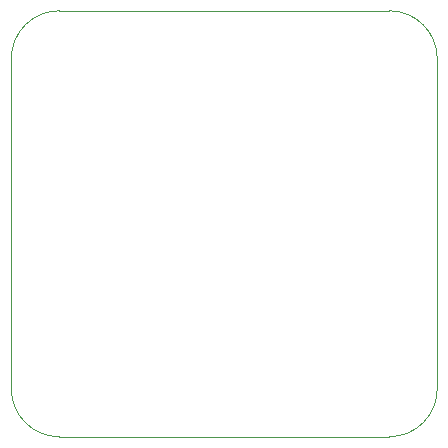
<source format=gm1>
G04 #@! TF.GenerationSoftware,KiCad,Pcbnew,(6.0.7)*
G04 #@! TF.CreationDate,2023-03-21T11:33:27-05:00*
G04 #@! TF.ProjectId,RoveSoMoCo,526f7665-536f-44d6-9f43-6f2e6b696361,rev?*
G04 #@! TF.SameCoordinates,Original*
G04 #@! TF.FileFunction,Profile,NP*
%FSLAX46Y46*%
G04 Gerber Fmt 4.6, Leading zero omitted, Abs format (unit mm)*
G04 Created by KiCad (PCBNEW (6.0.7)) date 2023-03-21 11:33:27*
%MOMM*%
%LPD*%
G01*
G04 APERTURE LIST*
G04 #@! TA.AperFunction,Profile*
%ADD10C,0.100000*%
G04 #@! TD*
G04 APERTURE END LIST*
D10*
X108204000Y-79248000D02*
G75*
G03*
X112268000Y-75184000I0J4064000D01*
G01*
X76200000Y-75184000D02*
G75*
G03*
X80264000Y-79248000I4064000J0D01*
G01*
X76200000Y-47244000D02*
X76200000Y-75184000D01*
X80264000Y-43180000D02*
X108204000Y-43180000D01*
X108204000Y-79248000D02*
X80264000Y-79248000D01*
X112268000Y-75184000D02*
X112268000Y-47244000D01*
X80264000Y-43180000D02*
G75*
G03*
X76200000Y-47244000I0J-4064000D01*
G01*
X112268000Y-47244000D02*
G75*
G03*
X108204000Y-43180000I-4064000J0D01*
G01*
M02*

</source>
